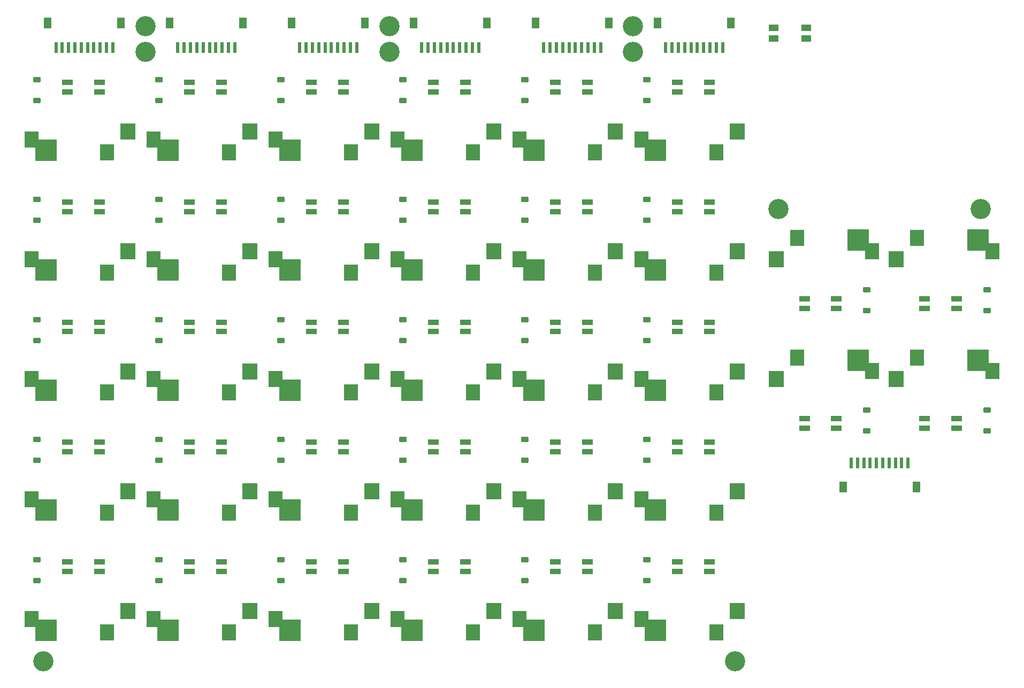
<source format=gbp>
G04 #@! TF.GenerationSoftware,KiCad,Pcbnew,7.0.8*
G04 #@! TF.CreationDate,2023-11-08T21:34:38-08:00*
G04 #@! TF.ProjectId,Seismos_5CoreStencil,53656973-6d6f-4735-9f35-436f72655374,rev?*
G04 #@! TF.SameCoordinates,Original*
G04 #@! TF.FileFunction,Paste,Bot*
G04 #@! TF.FilePolarity,Positive*
%FSLAX46Y46*%
G04 Gerber Fmt 4.6, Leading zero omitted, Abs format (unit mm)*
G04 Created by KiCad (PCBNEW 7.0.8) date 2023-11-08 21:34:38*
%MOMM*%
%LPD*%
G01*
G04 APERTURE LIST*
G04 Aperture macros list*
%AMRoundRect*
0 Rectangle with rounded corners*
0 $1 Rounding radius*
0 $2 $3 $4 $5 $6 $7 $8 $9 X,Y pos of 4 corners*
0 Add a 4 corners polygon primitive as box body*
4,1,4,$2,$3,$4,$5,$6,$7,$8,$9,$2,$3,0*
0 Add four circle primitives for the rounded corners*
1,1,$1+$1,$2,$3*
1,1,$1+$1,$4,$5*
1,1,$1+$1,$6,$7*
1,1,$1+$1,$8,$9*
0 Add four rect primitives between the rounded corners*
20,1,$1+$1,$2,$3,$4,$5,0*
20,1,$1+$1,$4,$5,$6,$7,0*
20,1,$1+$1,$6,$7,$8,$9,0*
20,1,$1+$1,$8,$9,$2,$3,0*%
G04 Aperture macros list end*
%ADD10C,3.200000*%
%ADD11R,2.400000X2.600000*%
%ADD12R,3.500000X3.500000*%
%ADD13R,1.750000X0.812800*%
%ADD14R,2.300000X2.600000*%
%ADD15RoundRect,0.225000X-0.375000X0.225000X-0.375000X-0.225000X0.375000X-0.225000X0.375000X0.225000X0*%
%ADD16RoundRect,0.225000X0.375000X-0.225000X0.375000X0.225000X-0.375000X0.225000X-0.375000X-0.225000X0*%
%ADD17R,0.600000X1.700000*%
%ADD18R,1.200000X1.800000*%
%ADD19R,1.550000X1.000000*%
G04 APERTURE END LIST*
D10*
X126500000Y-22000000D03*
X87900000Y-22000000D03*
X49300000Y-22000000D03*
D11*
X46510000Y-114640000D03*
D12*
X33560000Y-117615000D03*
D13*
X36998100Y-108353500D03*
X42028000Y-108353500D03*
X36998100Y-106854900D03*
D14*
X43210000Y-118000000D03*
X31310000Y-115900000D03*
D13*
X42028000Y-106854900D03*
D11*
X46510000Y-57640000D03*
D12*
X33560000Y-60615000D03*
D13*
X36998100Y-51353500D03*
X42028000Y-51353500D03*
X36998100Y-49854900D03*
D14*
X43210000Y-61000000D03*
X31310000Y-58900000D03*
D13*
X42028000Y-49854900D03*
D15*
X32150000Y-90750000D03*
X32150000Y-87450000D03*
D11*
X46510000Y-95640000D03*
D12*
X33560000Y-98615000D03*
D13*
X36998100Y-89353500D03*
X42028000Y-89353500D03*
X36998100Y-87854900D03*
D14*
X43210000Y-99000000D03*
X31310000Y-96900000D03*
D13*
X42028000Y-87854900D03*
D10*
X33150000Y-122600000D03*
D15*
X32150000Y-109750000D03*
X32150000Y-106450000D03*
X32150000Y-52750000D03*
X32150000Y-49450000D03*
D11*
X46510000Y-38640000D03*
D12*
X33560000Y-41615000D03*
D13*
X36998100Y-32353500D03*
X42028000Y-32353500D03*
X36998100Y-30854900D03*
D14*
X43210000Y-42000000D03*
X31310000Y-39900000D03*
D13*
X42028000Y-30854900D03*
D15*
X32150000Y-33750000D03*
X32150000Y-30450000D03*
D11*
X46510000Y-76640000D03*
D12*
X33560000Y-79615000D03*
D13*
X36998100Y-70353500D03*
X42028000Y-70353500D03*
X36998100Y-68854900D03*
D14*
X43210000Y-80000000D03*
X31310000Y-77900000D03*
D13*
X42028000Y-68854900D03*
D15*
X32150000Y-71750000D03*
X32150000Y-68450000D03*
D11*
X65810000Y-114640000D03*
D12*
X52860000Y-117615000D03*
D13*
X56298100Y-108353500D03*
X61328000Y-108353500D03*
X56298100Y-106854900D03*
D14*
X62510000Y-118000000D03*
X50610000Y-115900000D03*
D13*
X61328000Y-106854900D03*
D11*
X65810000Y-57640000D03*
D12*
X52860000Y-60615000D03*
D13*
X56298100Y-51353500D03*
X61328000Y-51353500D03*
X56298100Y-49854900D03*
D14*
X62510000Y-61000000D03*
X50610000Y-58900000D03*
D13*
X61328000Y-49854900D03*
D15*
X51450000Y-90750000D03*
X51450000Y-87450000D03*
D11*
X65810000Y-95640000D03*
D12*
X52860000Y-98615000D03*
D13*
X56298100Y-89353500D03*
X61328000Y-89353500D03*
X56298100Y-87854900D03*
D14*
X62510000Y-99000000D03*
X50610000Y-96900000D03*
D13*
X61328000Y-87854900D03*
D15*
X51450000Y-109750000D03*
X51450000Y-106450000D03*
X51450000Y-52750000D03*
X51450000Y-49450000D03*
D11*
X65810000Y-38640000D03*
D12*
X52860000Y-41615000D03*
D13*
X56298100Y-32353500D03*
X61328000Y-32353500D03*
X56298100Y-30854900D03*
D14*
X62510000Y-42000000D03*
X50610000Y-39900000D03*
D13*
X61328000Y-30854900D03*
D15*
X51450000Y-33750000D03*
X51450000Y-30450000D03*
D11*
X65810000Y-76640000D03*
D12*
X52860000Y-79615000D03*
D13*
X56298100Y-70353500D03*
X61328000Y-70353500D03*
X56298100Y-68854900D03*
D14*
X62510000Y-80000000D03*
X50610000Y-77900000D03*
D13*
X61328000Y-68854900D03*
D15*
X51450000Y-71750000D03*
X51450000Y-68450000D03*
D11*
X85110000Y-114640000D03*
D12*
X72160000Y-117615000D03*
D13*
X75598100Y-108353500D03*
X80628000Y-108353500D03*
X75598100Y-106854900D03*
D14*
X81810000Y-118000000D03*
X69910000Y-115900000D03*
D13*
X80628000Y-106854900D03*
D11*
X85110000Y-57640000D03*
D12*
X72160000Y-60615000D03*
D13*
X75598100Y-51353500D03*
X80628000Y-51353500D03*
X75598100Y-49854900D03*
D14*
X81810000Y-61000000D03*
X69910000Y-58900000D03*
D13*
X80628000Y-49854900D03*
D15*
X70750000Y-90750000D03*
X70750000Y-87450000D03*
D11*
X85110000Y-95640000D03*
D12*
X72160000Y-98615000D03*
D13*
X75598100Y-89353500D03*
X80628000Y-89353500D03*
X75598100Y-87854900D03*
D14*
X81810000Y-99000000D03*
X69910000Y-96900000D03*
D13*
X80628000Y-87854900D03*
D15*
X70750000Y-109750000D03*
X70750000Y-106450000D03*
X70750000Y-52750000D03*
X70750000Y-49450000D03*
D11*
X85110000Y-38640000D03*
D12*
X72160000Y-41615000D03*
D13*
X75598100Y-32353500D03*
X80628000Y-32353500D03*
X75598100Y-30854900D03*
D14*
X81810000Y-42000000D03*
X69910000Y-39900000D03*
D13*
X80628000Y-30854900D03*
D15*
X70750000Y-33750000D03*
X70750000Y-30450000D03*
D11*
X85110000Y-76640000D03*
D12*
X72160000Y-79615000D03*
D13*
X75598100Y-70353500D03*
X80628000Y-70353500D03*
X75598100Y-68854900D03*
D14*
X81810000Y-80000000D03*
X69910000Y-77900000D03*
D13*
X80628000Y-68854900D03*
D15*
X70750000Y-71750000D03*
X70750000Y-68450000D03*
D11*
X104410000Y-114640000D03*
D12*
X91460000Y-117615000D03*
D13*
X94898100Y-108353500D03*
X99928000Y-108353500D03*
X94898100Y-106854900D03*
D14*
X101110000Y-118000000D03*
X89210000Y-115900000D03*
D13*
X99928000Y-106854900D03*
D11*
X104410000Y-57640000D03*
D12*
X91460000Y-60615000D03*
D13*
X94898100Y-51353500D03*
X99928000Y-51353500D03*
X94898100Y-49854900D03*
D14*
X101110000Y-61000000D03*
X89210000Y-58900000D03*
D13*
X99928000Y-49854900D03*
D15*
X90050000Y-90750000D03*
X90050000Y-87450000D03*
D11*
X104410000Y-95640000D03*
D12*
X91460000Y-98615000D03*
D13*
X94898100Y-89353500D03*
X99928000Y-89353500D03*
X94898100Y-87854900D03*
D14*
X101110000Y-99000000D03*
X89210000Y-96900000D03*
D13*
X99928000Y-87854900D03*
D15*
X90050000Y-109750000D03*
X90050000Y-106450000D03*
X90050000Y-52750000D03*
X90050000Y-49450000D03*
D11*
X104410000Y-38640000D03*
D12*
X91460000Y-41615000D03*
D13*
X94898100Y-32353500D03*
X99928000Y-32353500D03*
X94898100Y-30854900D03*
D14*
X101110000Y-42000000D03*
X89210000Y-39900000D03*
D13*
X99928000Y-30854900D03*
D15*
X90050000Y-33750000D03*
X90050000Y-30450000D03*
D11*
X104410000Y-76640000D03*
D12*
X91460000Y-79615000D03*
D13*
X94898100Y-70353500D03*
X99928000Y-70353500D03*
X94898100Y-68854900D03*
D14*
X101110000Y-80000000D03*
X89210000Y-77900000D03*
D13*
X99928000Y-68854900D03*
D15*
X90050000Y-71750000D03*
X90050000Y-68450000D03*
D11*
X123710000Y-114640000D03*
D12*
X110760000Y-117615000D03*
D13*
X114198100Y-108353500D03*
X119228000Y-108353500D03*
X114198100Y-106854900D03*
D14*
X120410000Y-118000000D03*
X108510000Y-115900000D03*
D13*
X119228000Y-106854900D03*
D11*
X123710000Y-57640000D03*
D12*
X110760000Y-60615000D03*
D13*
X114198100Y-51353500D03*
X119228000Y-51353500D03*
X114198100Y-49854900D03*
D14*
X120410000Y-61000000D03*
X108510000Y-58900000D03*
D13*
X119228000Y-49854900D03*
D15*
X109350000Y-90750000D03*
X109350000Y-87450000D03*
D11*
X123710000Y-95640000D03*
D12*
X110760000Y-98615000D03*
D13*
X114198100Y-89353500D03*
X119228000Y-89353500D03*
X114198100Y-87854900D03*
D14*
X120410000Y-99000000D03*
X108510000Y-96900000D03*
D13*
X119228000Y-87854900D03*
D15*
X109350000Y-109750000D03*
X109350000Y-106450000D03*
X109350000Y-52750000D03*
X109350000Y-49450000D03*
D11*
X123710000Y-38640000D03*
D12*
X110760000Y-41615000D03*
D13*
X114198100Y-32353500D03*
X119228000Y-32353500D03*
X114198100Y-30854900D03*
D14*
X120410000Y-42000000D03*
X108510000Y-39900000D03*
D13*
X119228000Y-30854900D03*
D15*
X109350000Y-33750000D03*
X109350000Y-30450000D03*
D11*
X123710000Y-76640000D03*
D12*
X110760000Y-79615000D03*
D13*
X114198100Y-70353500D03*
X119228000Y-70353500D03*
X114198100Y-68854900D03*
D14*
X120410000Y-80000000D03*
X108510000Y-77900000D03*
D13*
X119228000Y-68854900D03*
D15*
X109350000Y-71750000D03*
X109350000Y-68450000D03*
X128650000Y-109750000D03*
X128650000Y-106450000D03*
X128650000Y-71750000D03*
X128650000Y-68450000D03*
D10*
X142650000Y-122600000D03*
D11*
X143010000Y-76640000D03*
D12*
X130060000Y-79615000D03*
D13*
X133498100Y-70353500D03*
X138528000Y-70353500D03*
X133498100Y-68854900D03*
D14*
X139710000Y-80000000D03*
X127810000Y-77900000D03*
D13*
X138528000Y-68854900D03*
D11*
X143010000Y-95640000D03*
D12*
X130060000Y-98615000D03*
D13*
X133498100Y-89353500D03*
X138528000Y-89353500D03*
X133498100Y-87854900D03*
D14*
X139710000Y-99000000D03*
X127810000Y-96900000D03*
D13*
X138528000Y-87854900D03*
D11*
X143010000Y-114640000D03*
D12*
X130060000Y-117615000D03*
D13*
X133498100Y-108353500D03*
X138528000Y-108353500D03*
X133498100Y-106854900D03*
D14*
X139710000Y-118000000D03*
X127810000Y-115900000D03*
D13*
X138528000Y-106854900D03*
D11*
X143010000Y-57640000D03*
D12*
X130060000Y-60615000D03*
D13*
X133498100Y-51353500D03*
X138528000Y-51353500D03*
X133498100Y-49854900D03*
D14*
X139710000Y-61000000D03*
X127810000Y-58900000D03*
D13*
X138528000Y-49854900D03*
D15*
X128650000Y-33750000D03*
X128650000Y-30450000D03*
X128650000Y-52750000D03*
X128650000Y-49450000D03*
D11*
X143010000Y-38640000D03*
D12*
X130060000Y-41615000D03*
D13*
X133498100Y-32353500D03*
X138528000Y-32353500D03*
X133498100Y-30854900D03*
D14*
X139710000Y-42000000D03*
X127810000Y-39900000D03*
D13*
X138528000Y-30854900D03*
D15*
X128650000Y-90750000D03*
X128650000Y-87450000D03*
D16*
X182500000Y-86050000D03*
X182500000Y-82750000D03*
X163500000Y-86050000D03*
X163500000Y-82750000D03*
D13*
X153622000Y-85645100D03*
D14*
X164340000Y-76600000D03*
X152440000Y-74500000D03*
D13*
X158651900Y-85645100D03*
X153622000Y-84146500D03*
X158651900Y-84146500D03*
D12*
X162090000Y-74885000D03*
D11*
X149140000Y-77860000D03*
D16*
X163500000Y-67050000D03*
X163500000Y-63750000D03*
D13*
X172622000Y-85645100D03*
D14*
X183340000Y-76600000D03*
X171440000Y-74500000D03*
D13*
X177651900Y-85645100D03*
X172622000Y-84146500D03*
X177651900Y-84146500D03*
D12*
X181090000Y-74885000D03*
D11*
X168140000Y-77860000D03*
D13*
X153622000Y-66645100D03*
D14*
X164340000Y-57600000D03*
X152440000Y-55500000D03*
D13*
X158651900Y-66645100D03*
X153622000Y-65146500D03*
X158651900Y-65146500D03*
D12*
X162090000Y-55885000D03*
D11*
X149140000Y-58860000D03*
D13*
X172622000Y-66645100D03*
D14*
X183340000Y-57600000D03*
X171440000Y-55500000D03*
D13*
X177651900Y-66645100D03*
X172622000Y-65146500D03*
X177651900Y-65146500D03*
D12*
X181090000Y-55885000D03*
D11*
X168140000Y-58860000D03*
D16*
X182500000Y-67050000D03*
X182500000Y-63750000D03*
D10*
X149500000Y-50900000D03*
X181500000Y-50900000D03*
D17*
X170000000Y-91114000D03*
X169000000Y-91114000D03*
X168000000Y-91115000D03*
X167000000Y-91115000D03*
X166000000Y-91115000D03*
X165000000Y-91115000D03*
X164000000Y-91115000D03*
X163000000Y-91115000D03*
X162000000Y-91115000D03*
X161000000Y-91115000D03*
D18*
X171300000Y-94990000D03*
X159700000Y-94990000D03*
D17*
X131650000Y-25386000D03*
X132650000Y-25386000D03*
X133650000Y-25385000D03*
X134650000Y-25385000D03*
X135650000Y-25385000D03*
X136650000Y-25385000D03*
X137650000Y-25385000D03*
X138650000Y-25385000D03*
X139650000Y-25385000D03*
X140650000Y-25385000D03*
D18*
X130350000Y-21510000D03*
X141950000Y-21510000D03*
D10*
X87900000Y-26000000D03*
X49300000Y-26000000D03*
X126500000Y-26000000D03*
D17*
X35150000Y-25386000D03*
X36150000Y-25386000D03*
X37150000Y-25385000D03*
X38150000Y-25385000D03*
X39150000Y-25385000D03*
X40150000Y-25385000D03*
X41150000Y-25385000D03*
X42150000Y-25385000D03*
X43150000Y-25385000D03*
X44150000Y-25385000D03*
D18*
X33850000Y-21510000D03*
X45450000Y-21510000D03*
D17*
X54450000Y-25386000D03*
X55450000Y-25386000D03*
X56450000Y-25385000D03*
X57450000Y-25385000D03*
X58450000Y-25385000D03*
X59450000Y-25385000D03*
X60450000Y-25385000D03*
X61450000Y-25385000D03*
X62450000Y-25385000D03*
X63450000Y-25385000D03*
D18*
X53150000Y-21510000D03*
X64750000Y-21510000D03*
D19*
X148687500Y-22199500D03*
X148687500Y-23899500D03*
X153887500Y-22199500D03*
X153887500Y-23899500D03*
D17*
X93050000Y-25386000D03*
X94050000Y-25386000D03*
X95050000Y-25385000D03*
X96050000Y-25385000D03*
X97050000Y-25385000D03*
X98050000Y-25385000D03*
X99050000Y-25385000D03*
X100050000Y-25385000D03*
X101050000Y-25385000D03*
X102050000Y-25385000D03*
D18*
X91750000Y-21510000D03*
X103350000Y-21510000D03*
D17*
X73750000Y-25386000D03*
X74750000Y-25386000D03*
X75750000Y-25385000D03*
X76750000Y-25385000D03*
X77750000Y-25385000D03*
X78750000Y-25385000D03*
X79750000Y-25385000D03*
X80750000Y-25385000D03*
X81750000Y-25385000D03*
X82750000Y-25385000D03*
D18*
X72450000Y-21510000D03*
X84050000Y-21510000D03*
D17*
X112350000Y-25386000D03*
X113350000Y-25386000D03*
X114350000Y-25385000D03*
X115350000Y-25385000D03*
X116350000Y-25385000D03*
X117350000Y-25385000D03*
X118350000Y-25385000D03*
X119350000Y-25385000D03*
X120350000Y-25385000D03*
X121350000Y-25385000D03*
D18*
X111050000Y-21510000D03*
X122650000Y-21510000D03*
M02*

</source>
